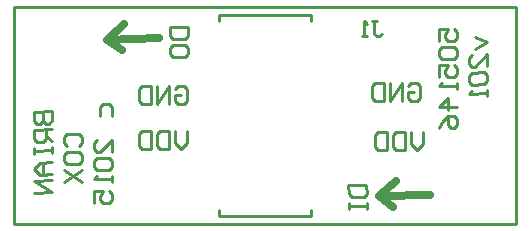
<source format=gbo>
%FSLAX25Y25*%
%MOIN*%
G70*
G01*
G75*
G04 Layer_Color=33789*
%ADD10P,0.08352X4X243.0*%
G04:AMPARAMS|DCode=11|XSize=80mil|YSize=50mil|CornerRadius=0mil|HoleSize=0mil|Usage=FLASHONLY|Rotation=288.000|XOffset=0mil|YOffset=0mil|HoleType=Round|Shape=Rectangle|*
%AMROTATEDRECTD11*
4,1,4,-0.03614,0.03032,0.01142,0.04577,0.03614,-0.03032,-0.01142,-0.04577,-0.03614,0.03032,0.0*
%
%ADD11ROTATEDRECTD11*%

%ADD12C,0.02500*%
%ADD13C,0.05000*%
%ADD14C,0.00100*%
%ADD15C,0.16500*%
%ADD16C,0.04000*%
%ADD17R,0.17716X0.12205*%
%ADD18C,0.01000*%
D12*
X421554Y409273D02*
X426453Y405633D01*
X421554Y409273D02*
X427249Y414329D01*
X421554Y409273D02*
X438789Y409737D01*
X330982Y461478D02*
X335882Y457838D01*
X330982Y461478D02*
X336677Y466534D01*
X330982Y461478D02*
X348217Y461942D01*
D14*
X300000Y400000D02*
Y472400D01*
X467300D01*
Y400000D02*
Y472400D01*
X300000Y400000D02*
X467300D01*
D18*
X300000D02*
Y472400D01*
X467300D01*
Y400000D02*
Y472400D01*
X300000Y400000D02*
X467300D01*
X368297Y467618D02*
Y469587D01*
X398809D01*
Y467618D02*
Y469587D01*
X368297Y402658D02*
Y404626D01*
Y402658D02*
X398809D01*
Y404626D01*
X419168Y467498D02*
X420834D01*
X420001D01*
Y463333D01*
X420834Y462500D01*
X421667D01*
X422500Y463333D01*
X417502Y462500D02*
X415836D01*
X416669D01*
Y467498D01*
X417502Y466665D01*
X453501Y462472D02*
X457514Y460501D01*
X453529Y458473D01*
X457570Y452503D02*
X457542Y456502D01*
X453572Y452475D01*
X452572Y452468D01*
X451565Y453461D01*
X451551Y455460D01*
X452544Y456467D01*
X452586Y450469D02*
X451593Y449462D01*
X451607Y447463D01*
X452614Y446470D01*
X456613Y446498D01*
X457605Y447505D01*
X457591Y449505D01*
X456585Y450497D01*
X452586Y450469D01*
X457626Y444506D02*
X457640Y442507D01*
X457633Y443507D01*
X451635Y443465D01*
X452628Y444471D01*
X317530Y425966D02*
X316523Y426959D01*
X316509Y428958D01*
X317502Y429965D01*
X321500Y429993D01*
X322507Y429000D01*
X322521Y427001D01*
X321528Y425994D01*
X316565Y420961D02*
X316551Y422960D01*
X317544Y423967D01*
X321543Y423995D01*
X322549Y423002D01*
X322563Y421003D01*
X321571Y419997D01*
X317572Y419968D01*
X316565Y420961D01*
X316586Y417962D02*
X322612Y414006D01*
X316614Y413963D02*
X322584Y418004D01*
X357458Y430998D02*
X357486Y426999D01*
X355501Y424986D01*
X353487Y426971D01*
X353459Y430970D01*
X351460Y430956D02*
X351502Y424958D01*
X348503Y424937D01*
X347497Y425929D01*
X347468Y429928D01*
X348461Y430935D01*
X351460Y430956D01*
X345462Y430914D02*
X345504Y424916D01*
X342505Y424895D01*
X341498Y425887D01*
X341470Y429886D01*
X342463Y430893D01*
X345462Y430914D01*
X353466Y444970D02*
X354459Y445977D01*
X356458Y445991D01*
X357465Y444998D01*
X357493Y441000D01*
X356500Y439993D01*
X354501Y439979D01*
X353494Y440972D01*
X353480Y442971D01*
X355480Y442985D01*
X351502Y439958D02*
X351460Y445956D01*
X347503Y439930D01*
X347461Y445928D01*
X345462Y445914D02*
X345504Y439916D01*
X342505Y439895D01*
X341498Y440887D01*
X341470Y444886D01*
X342463Y445893D01*
X345462Y445914D01*
X306502Y437458D02*
X312500Y437500D01*
X312521Y434501D01*
X311528Y433494D01*
X310529Y433487D01*
X309522Y434480D01*
X309501Y437479D01*
X309522Y434480D01*
X308529Y433473D01*
X307530Y433466D01*
X306523Y434459D01*
X306502Y437458D01*
X312542Y431502D02*
X306544Y431460D01*
X306565Y428461D01*
X307572Y427468D01*
X309571Y427482D01*
X310564Y428489D01*
X310543Y431488D01*
X310557Y429489D02*
X312570Y427503D01*
X306586Y425462D02*
X306600Y423463D01*
X306593Y424462D01*
X312591Y424505D01*
X312584Y425504D01*
X312598Y423505D01*
X312619Y420506D02*
X308621Y420478D01*
X306635Y418465D01*
X308649Y416479D01*
X312648Y416507D01*
X309648Y416486D01*
X309620Y420485D01*
X312662Y414508D02*
X306664Y414466D01*
X312690Y410509D01*
X306692Y410467D01*
X328530Y435973D02*
X328508Y438972D01*
X329501Y439979D01*
X331500Y439993D01*
X332507Y439000D01*
X332528Y436001D01*
X332612Y424006D02*
X332584Y428004D01*
X328614Y423978D01*
X327614Y423970D01*
X326607Y424963D01*
X326593Y426962D01*
X327586Y427969D01*
X327628Y421971D02*
X326636Y420964D01*
X326650Y418965D01*
X327656Y417973D01*
X331655Y418001D01*
X332647Y419007D01*
X332633Y421007D01*
X331627Y421999D01*
X327628Y421971D01*
X332668Y416008D02*
X332683Y414009D01*
X332676Y415009D01*
X326678Y414967D01*
X327670Y415973D01*
X326734Y406969D02*
X326706Y410968D01*
X329705Y410989D01*
X328719Y408983D01*
X328726Y407983D01*
X329733Y406990D01*
X331732Y407004D01*
X332725Y408011D01*
X332711Y410010D01*
X331704Y411003D01*
X441530Y460959D02*
X441502Y464958D01*
X444501Y464979D01*
X443515Y462973D01*
X443523Y461973D01*
X444529Y460980D01*
X446528Y460994D01*
X447521Y462001D01*
X447507Y464000D01*
X446500Y464993D01*
X442544Y458967D02*
X441551Y457960D01*
X441565Y455961D01*
X442572Y454968D01*
X446571Y454996D01*
X447563Y456003D01*
X447549Y458002D01*
X446543Y458995D01*
X442544Y458967D01*
X441614Y448963D02*
X441586Y452962D01*
X444585Y452983D01*
X443600Y450977D01*
X443607Y449977D01*
X444613Y448984D01*
X446613Y448998D01*
X447605Y450005D01*
X447591Y452004D01*
X446585Y452997D01*
X447626Y447006D02*
X447640Y445007D01*
X447633Y446007D01*
X441636Y445964D01*
X442628Y446971D01*
X447683Y439009D02*
X441685Y438967D01*
X444663Y441987D01*
X444691Y437988D01*
X441734Y431969D02*
X442719Y433976D01*
X444705Y435989D01*
X446704Y436003D01*
X447711Y435010D01*
X447725Y433011D01*
X446732Y432004D01*
X445732Y431997D01*
X444726Y432990D01*
X444705Y435989D01*
X411452Y412880D02*
X417450Y412922D01*
X417471Y409923D01*
X416479Y408917D01*
X412480Y408888D01*
X411473Y409881D01*
X411452Y412880D01*
X411494Y406882D02*
X411509Y404883D01*
X411502Y405883D01*
X417499Y405925D01*
X417492Y406924D01*
X417506Y404925D01*
X352024Y465689D02*
X358022Y465732D01*
X358043Y462733D01*
X357051Y461726D01*
X353052Y461698D01*
X352045Y462690D01*
X352024Y465689D01*
X352087Y456693D02*
X352073Y458692D01*
X353066Y459698D01*
X357065Y459727D01*
X358071Y458734D01*
X358085Y456735D01*
X357093Y455728D01*
X353094Y455700D01*
X352087Y456693D01*
X436220Y430762D02*
X436248Y426764D01*
X434263Y424750D01*
X432249Y426736D01*
X432221Y430734D01*
X430222Y430720D02*
X430264Y424722D01*
X427265Y424701D01*
X426258Y425694D01*
X426230Y429693D01*
X427223Y430699D01*
X430222Y430720D01*
X424224Y430678D02*
X424266Y424680D01*
X421267Y424659D01*
X420260Y425652D01*
X420232Y429650D01*
X421225Y430657D01*
X424224Y430678D01*
X431332Y446078D02*
X432324Y447085D01*
X434324Y447099D01*
X435330Y446106D01*
X435358Y442108D01*
X434366Y441101D01*
X432367Y441087D01*
X431360Y442080D01*
X431346Y444079D01*
X433345Y444093D01*
X429368Y441066D02*
X429325Y447064D01*
X425369Y441038D01*
X425327Y447036D01*
X423327Y447022D02*
X423370Y441024D01*
X420371Y441003D01*
X419364Y441995D01*
X419336Y445994D01*
X420329Y447001D01*
X423327Y447022D01*
M02*

</source>
